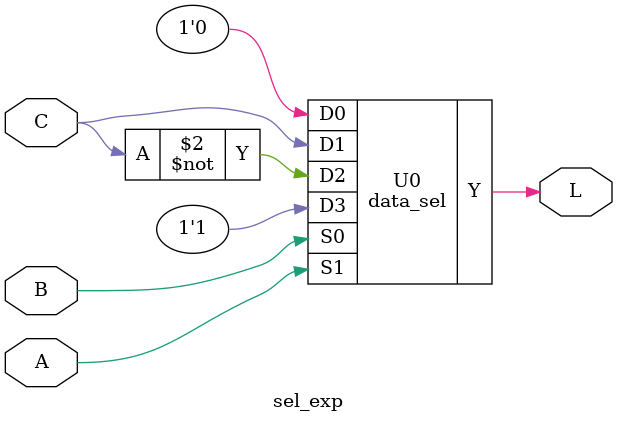
<source format=v>
`timescale 1ns/1ns

module data_sel(
   input             S0     ,
   input             S1     ,
   input             D0     ,
   input             D1     ,
   input             D2     ,
   input             D3     ,
   
   output wire        Y    
);

assign Y = ~S1 & (~S0&D0 | S0&D1) | S1&(~S0&D2 | S0&D3);
     
endmodule

module sel_exp(
   input             A     ,
   input             B     ,
   input             C     ,
   
   output wire       L            
);

data_sel U0(
   .S0     (B),
   .S1     (A),
   .D0     (0),
   .D1     (C),
   .D2     (~C),
   .D3     (1),
  
   .Y      (L)
);

endmodule
</source>
